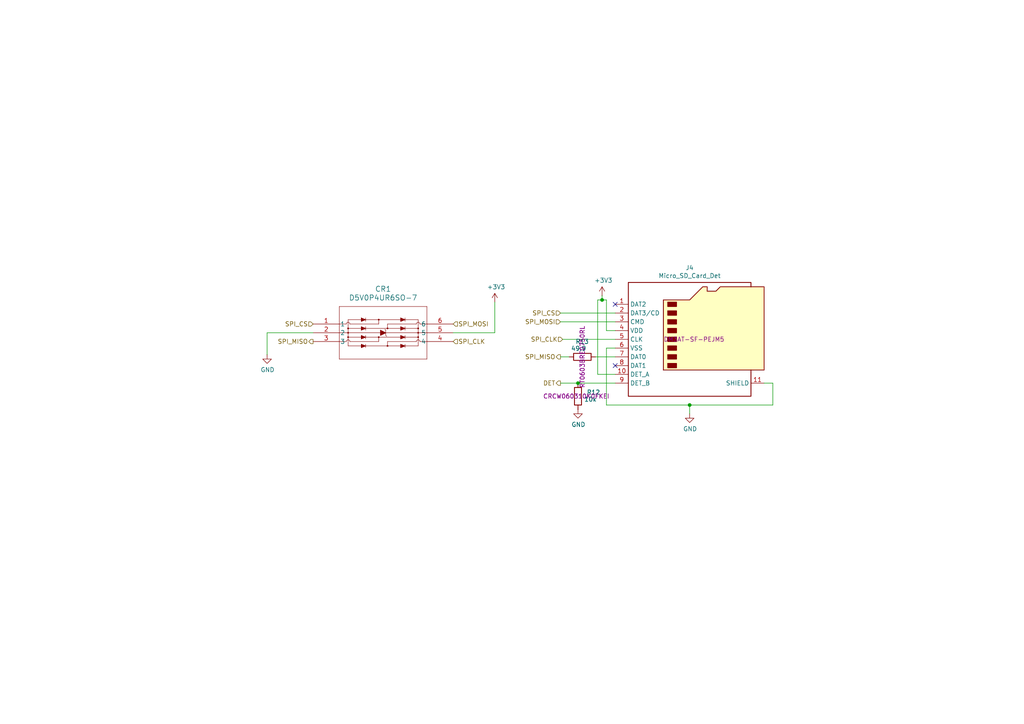
<source format=kicad_sch>
(kicad_sch (version 20250114) (generator "eeschema") (generator_version "9.0")
  (paper "A4")
  (lib_symbols
    (symbol "Connector:Micro_SD_Card_Det2"
      (property "Reference" "J" (at -16.51 17.78 0))
      (property "Value" "Micro_SD_Card_Det2" (at 16.51 17.78 0))
      (symbol "Micro_SD_Card_Det2_0_1"
        (polyline (pts (xy -8.89 -8.89) (xy -8.89 11.43) (xy -1.27 11.43) (xy 2.54 15.24) (xy 3.81 15.24) (xy 3.81 13.97) (xy 6.35 13.97) (xy 7.62 15.24) (xy 20.32 15.24) (xy 20.32 -8.89) (xy -8.89 -8.89)) (stroke (width 0.254)) (fill (type background)))
        (rectangle (start -7.62 10.795) (end -5.08 9.525) (stroke (width 0.254)) (fill (type outline)))
        (rectangle (start -7.62 8.255) (end -5.08 6.985) (stroke (width 0.254)) (fill (type outline)))
        (rectangle (start -7.62 5.715) (end -5.08 4.445) (stroke (width 0.254)) (fill (type outline)))
        (rectangle (start -7.62 3.175) (end -5.08 1.905) (stroke (width 0.254)) (fill (type outline)))
        (rectangle (start -7.62 0.635) (end -5.08 -0.635) (stroke (width 0.254)) (fill (type outline)))
        (rectangle (start -7.62 -1.905) (end -5.08 -3.175) (stroke (width 0.254)) (fill (type outline)))
        (rectangle (start -7.62 -4.445) (end -5.08 -5.715) (stroke (width 0.254)) (fill (type outline)))
        (rectangle (start -7.62 -6.985) (end -5.08 -8.255) (stroke (width 0.254)) (fill (type outline)))
        (polyline (pts (xy 16.51 15.24) (xy 16.51 16.51) (xy -19.05 16.51) (xy -19.05 -16.51) (xy 16.51 -16.51) (xy 16.51 -8.89)) (stroke (width 0.254)))
      )
      (symbol "Micro_SD_Card_Det2_1_1"
        (pin bidirectional line (at -22.86 10.16 0) (length 3.81) (name "DAT2") (number "1"))
        (pin bidirectional line (at -22.86 7.62 0) (length 3.81) (name "DAT3/CD") (number "2"))
        (pin input line (at -22.86 5.08 0) (length 3.81) (name "CMD") (number "3"))
        (pin power_in line (at -22.86 2.54 0) (length 3.81) (name "VDD") (number "4"))
        (pin input line (at -22.86 0 0) (length 3.81) (name "CLK") (number "5"))
        (pin power_in line (at -22.86 -2.54 0) (length 3.81) (name "VSS") (number "6"))
        (pin bidirectional line (at -22.86 -5.08 0) (length 3.81) (name "DAT0") (number "7"))
        (pin bidirectional line (at -22.86 -7.62 0) (length 3.81) (name "DAT1") (number "8"))
        (pin passive line (at -22.86 -10.16 0) (length 3.81) (name "DET_A") (number "10"))
        (pin passive line (at -22.86 -12.7 0) (length 3.81) (name "DET_B") (number "9"))
        (pin passive line (at 20.32 -12.7 180) (length 3.81) (name "SHIELD") (number "11"))
      )
    )
    (symbol "Device:R" (pin_numbers (hide yes)) (pin_names (offset 0))
      (property "Reference" "R" (at 2.032 0 90))
      (property "Value" "R" (at 0 0 90))
      (symbol "R_0_1"
        (rectangle (start -1.016 -2.54) (end 1.016 2.54) (stroke (width 0.254)))
      )
      (symbol "R_1_1"
        (pin passive line (at 0 3.81 270) (length 1.27) (name "~") (number "1"))
        (pin passive line (at 0 -3.81 90) (length 1.27) (name "~") (number "2"))
      )
    )
    (symbol "UTSVT-ICs:D5V0P4UR6SO-7" (pin_names (offset 0.254))
      (property "Reference" "CR2" (at 20.32 10.16 0))
      (property "Value" "D5V0P4UR6SO-7" (at 20.32 7.62 0))
      (symbol "D5V0P4UR6SO-7_0_1"
        (polyline (pts (xy 7.62 5.08) (xy 7.62 -10.16)) (stroke (width 0.127)))
        (polyline (pts (xy 7.62 0) (xy 9.652 0)) (stroke (width 0.127)))
        (polyline (pts (xy 7.62 -2.54) (xy 33.02 -2.54)) (stroke (width 0.127)))
        (polyline (pts (xy 7.62 -5.08) (xy 9.652 -5.08)) (stroke (width 0.127)))
        (polyline (pts (xy 7.62 -10.16) (xy 33.02 -10.16)) (stroke (width 0.127)))
        (polyline (pts (xy 10.16 1.27) (xy 10.16 -6.35)) (stroke (width 0.127)))
        (polyline (pts (xy 10.16 1.27) (xy 30.48 1.27)) (stroke (width 0.127)))
        (arc (start 9.652 0) (mid 10.16 0.5058) (end 10.668 0) (stroke (width 0.127)))
        (polyline (pts (xy 10.16 -1.27) (xy 30.48 -1.27)) (stroke (width 0.127)))
        (circle (center 10.16 -1.27) (radius 0.127) (stroke (width 0.254)))
        (circle (center 10.16 -2.54) (radius 0.127) (stroke (width 0.254)))
        (polyline (pts (xy 10.16 -3.81) (xy 30.48 -3.81)) (stroke (width 0.127)))
        (circle (center 10.16 -3.81) (radius 0.127) (stroke (width 0.254)))
        (arc (start 9.652 -5.08) (mid 10.16 -4.5742) (end 10.668 -5.08) (stroke (width 0.127)))
        (polyline (pts (xy 10.16 -6.35) (xy 30.48 -6.35)) (stroke (width 0.127)))
        (polyline (pts (xy 10.668 0) (xy 19.05 0)) (stroke (width 0.127)))
        (polyline (pts (xy 10.668 -5.08) (xy 19.05 -5.08)) (stroke (width 0.127)))
        (polyline (pts (xy 13.97 1.778) (xy 13.97 0.762)) (stroke (width 0.127)))
        (polyline (pts (xy 13.97 1.778) (xy 13.97 0.762) (xy 15.24 1.27)) (fill (type outline)))
        (polyline (pts (xy 13.97 0.762) (xy 15.24 1.27)) (stroke (width 0.127)))
        (polyline (pts (xy 13.97 -0.762) (xy 13.97 -1.778)) (stroke (width 0.127)))
        (polyline (pts (xy 13.97 -0.762) (xy 13.97 -1.778) (xy 15.24 -1.27)) (fill (type outline)))
        (polyline (pts (xy 13.97 -1.778) (xy 15.24 -1.27)) (stroke (width 0.127)))
        (polyline (pts (xy 13.97 -3.302) (xy 13.97 -4.318)) (stroke (width 0.127)))
        (polyline (pts (xy 13.97 -3.302) (xy 13.97 -4.318) (xy 15.24 -3.81)) (fill (type outline)))
        (polyline (pts (xy 13.97 -4.318) (xy 15.24 -3.81)) (stroke (width 0.127)))
        (polyline (pts (xy 13.97 -5.842) (xy 13.97 -6.858)) (stroke (width 0.127)))
        (polyline (pts (xy 13.97 -5.842) (xy 13.97 -6.858) (xy 15.24 -6.35)) (fill (type outline)))
        (polyline (pts (xy 13.97 -6.858) (xy 15.24 -6.35)) (stroke (width 0.127)))
        (polyline (pts (xy 15.24 1.778) (xy 15.24 0.762)) (stroke (width 0.127)))
        (polyline (pts (xy 15.24 1.27) (xy 13.97 1.778)) (stroke (width 0.127)))
        (polyline (pts (xy 15.24 -0.762) (xy 15.24 -1.778)) (stroke (width 0.127)))
        (polyline (pts (xy 15.24 -1.27) (xy 13.97 -0.762)) (stroke (width 0.127)))
        (polyline (pts (xy 15.24 -3.302) (xy 15.24 -4.318)) (stroke (width 0.127)))
        (polyline (pts (xy 15.24 -3.81) (xy 13.97 -3.302)) (stroke (width 0.127)))
        (polyline (pts (xy 15.24 -5.842) (xy 15.24 -6.858)) (stroke (width 0.127)))
        (polyline (pts (xy 15.24 -6.35) (xy 13.97 -5.842)) (stroke (width 0.127)))
        (circle (center 19.05 1.27) (radius 0.127) (stroke (width 0.254)))
        (polyline (pts (xy 19.05 0) (xy 19.05 1.27)) (stroke (width 0.127)))
        (circle (center 19.05 -3.81) (radius 0.127) (stroke (width 0.254)))
        (polyline (pts (xy 19.05 -5.08) (xy 19.05 -3.81)) (stroke (width 0.127)))
        (polyline (pts (xy 19.558 -1.778) (xy 19.558 -3.302)) (stroke (width 0.127)))
        (polyline (pts (xy 19.558 -1.778) (xy 21.082 -2.54)) (stroke (width 0.127)))
        (polyline (pts (xy 19.558 -3.302) (xy 21.082 -2.54)) (stroke (width 0.127)))
        (polyline (pts (xy 21.082 -1.778) (xy 20.828 -1.524)) (stroke (width 0.127)))
        (polyline (pts (xy 21.082 -1.778) (xy 21.082 -3.302)) (stroke (width 0.127)))
        (polyline (pts (xy 21.082 -2.54) (xy 19.558 -3.302) (xy 19.558 -1.778)) (fill (type outline)))
        (polyline (pts (xy 21.082 -3.302) (xy 21.336 -3.556)) (stroke (width 0.127)))
        (polyline (pts (xy 21.59 0) (xy 21.59 -1.27)) (stroke (width 0.127)))
        (circle (center 21.59 -1.27) (radius 0.127) (stroke (width 0.254)))
        (polyline (pts (xy 21.59 -5.08) (xy 21.59 -6.35)) (stroke (width 0.127)))
        (circle (center 21.59 -6.35) (radius 0.127) (stroke (width 0.254)))
        (polyline (pts (xy 25.4 1.778) (xy 25.4 0.762)) (stroke (width 0.127)))
        (polyline (pts (xy 25.4 1.778) (xy 25.4 0.762) (xy 26.67 1.27)) (fill (type outline)))
        (polyline (pts (xy 25.4 0.762) (xy 26.67 1.27)) (stroke (width 0.127)))
        (polyline (pts (xy 25.4 -0.762) (xy 25.4 -1.778)) (stroke (width 0.127)))
        (polyline (pts (xy 25.4 -0.762) (xy 25.4 -1.778) (xy 26.67 -1.27)) (fill (type outline)))
        (polyline (pts (xy 25.4 -1.778) (xy 26.67 -1.27)) (stroke (width 0.127)))
        (polyline (pts (xy 25.4 -3.302) (xy 25.4 -4.318)) (stroke (width 0.127)))
        (polyline (pts (xy 25.4 -3.302) (xy 25.4 -4.318) (xy 26.67 -3.81)) (fill (type outline)))
        (polyline (pts (xy 25.4 -4.318) (xy 26.67 -3.81)) (stroke (width 0.127)))
        (polyline (pts (xy 25.4 -5.842) (xy 25.4 -6.858)) (stroke (width 0.127)))
        (polyline (pts (xy 25.4 -5.842) (xy 25.4 -6.858) (xy 26.67 -6.35)) (fill (type outline)))
        (polyline (pts (xy 25.4 -6.858) (xy 26.67 -6.35)) (stroke (width 0.127)))
        (polyline (pts (xy 26.67 1.778) (xy 26.67 0.762)) (stroke (width 0.127)))
        (polyline (pts (xy 26.67 1.27) (xy 25.4 1.778)) (stroke (width 0.127)))
        (polyline (pts (xy 26.67 -0.762) (xy 26.67 -1.778)) (stroke (width 0.127)))
        (polyline (pts (xy 26.67 -1.27) (xy 25.4 -0.762)) (stroke (width 0.127)))
        (polyline (pts (xy 26.67 -3.302) (xy 26.67 -4.318)) (stroke (width 0.127)))
        (polyline (pts (xy 26.67 -3.81) (xy 25.4 -3.302)) (stroke (width 0.127)))
        (polyline (pts (xy 26.67 -5.842) (xy 26.67 -6.858)) (stroke (width 0.127)))
        (polyline (pts (xy 26.67 -6.35) (xy 25.4 -5.842)) (stroke (width 0.127)))
        (polyline (pts (xy 29.972 0) (xy 21.59 0)) (stroke (width 0.127)))
        (polyline (pts (xy 29.972 -5.08) (xy 21.59 -5.08)) (stroke (width 0.127)))
        (polyline (pts (xy 30.48 1.27) (xy 30.48 -6.35)) (stroke (width 0.127)))
        (arc (start 29.972 0) (mid 30.48 0.5058) (end 30.988 0) (stroke (width 0.127)))
        (circle (center 30.48 -1.27) (radius 0.127) (stroke (width 0.254)))
        (circle (center 30.48 -2.54) (radius 0.127) (stroke (width 0.254)))
        (circle (center 30.48 -3.81) (radius 0.127) (stroke (width 0.254)))
        (arc (start 29.972 -5.08) (mid 30.48 -4.5742) (end 30.988 -5.08) (stroke (width 0.127)))
        (polyline (pts (xy 33.02 5.08) (xy 7.62 5.08)) (stroke (width 0.127)))
        (polyline (pts (xy 33.02 0) (xy 30.988 0)) (stroke (width 0.127)))
        (polyline (pts (xy 33.02 -5.08) (xy 30.988 -5.08)) (stroke (width 0.127)))
        (polyline (pts (xy 33.02 -10.16) (xy 33.02 5.08)) (stroke (width 0.127)))
        (pin input line (at 0 0 0) (length 7.62) (name "1") (number "1"))
        (pin unspecified line (at 0 -2.54 0) (length 7.62) (name "2") (number "2"))
        (pin input line (at 0 -5.08 0) (length 7.62) (name "3") (number "3"))
        (pin input line (at 40.64 0 180) (length 7.62) (name "6") (number "6"))
        (pin unspecified line (at 40.64 -2.54 180) (length 7.62) (name "5") (number "5"))
        (pin input line (at 40.64 -5.08 180) (length 7.62) (name "4") (number "4"))
      )
    )
    (symbol "power:+3.3V" (power) (pin_numbers (hide yes)) (pin_names (offset 0) (hide yes))
      (property "Value" "+3.3V" (at 0 3.556 0))
      (symbol "+3.3V_0_1"
        (polyline (pts (xy -0.762 1.27) (xy 0 2.54)))
        (polyline (pts (xy 0 2.54) (xy 0.762 1.27)))
        (polyline (pts (xy 0 0) (xy 0 2.54)))
      )
      (symbol "+3.3V_1_1"
        (pin power_in line (at 0 0 90) (length 0) (name "~") (number "1"))
      )
    )
    (symbol "power:GND" (power) (pin_numbers (hide yes)) (pin_names (offset 0) (hide yes))
      (property "Value" "GND" (at 0 -3.81 0))
      (symbol "GND_0_1"
        (polyline (pts (xy 0 0) (xy 0 -1.27) (xy 1.27 -1.27) (xy 0 -2.54) (xy -1.27 -1.27) (xy 0 -1.27)))
      )
      (symbol "GND_1_1"
        (pin power_in line (at 0 0 270) (length 0) (name "~") (number "1"))
      )
    )
  )
  (junction (at 167.64 111.125))
  (junction (at 200.025 117.475))
  (junction (at 174.625 86.995))
  (no_connect (at 178.435 88.265))
  (no_connect (at 178.435 106.045))
  (wire (pts (xy 162.56 111.125) (xy 167.64 111.125)))
  (wire (pts (xy 178.435 100.965) (xy 175.895 100.965)))
  (wire (pts (xy 173.355 86.995) (xy 174.625 86.995)))
  (wire (pts (xy 173.355 86.995) (xy 173.355 108.585)))
  (wire (pts (xy 178.435 95.885) (xy 175.895 95.885)))
  (wire (pts (xy 224.155 111.125) (xy 221.615 111.125)))
  (wire (pts (xy 175.895 86.995) (xy 175.895 95.885)))
  (wire (pts (xy 143.51 87.63) (xy 143.51 96.52)))
  (wire (pts (xy 163.195 98.425) (xy 178.435 98.425)))
  (wire (pts (xy 178.435 108.585) (xy 173.355 108.585)))
  (wire (pts (xy 167.64 111.125) (xy 178.435 111.125)))
  (wire (pts (xy 174.625 86.995) (xy 175.895 86.995)))
  (wire (pts (xy 77.47 96.52) (xy 90.805 96.52)))
  (wire (pts (xy 224.155 117.475) (xy 224.155 111.125)))
  (wire (pts (xy 174.625 85.725) (xy 174.625 86.995)))
  (wire (pts (xy 77.47 102.87) (xy 77.47 96.52)))
  (wire (pts (xy 175.895 117.475) (xy 175.895 100.965)))
  (wire (pts (xy 200.025 117.475) (xy 175.895 117.475)))
  (wire (pts (xy 162.56 93.345) (xy 178.435 93.345)))
  (wire (pts (xy 172.72 103.505) (xy 178.435 103.505)))
  (wire (pts (xy 131.445 96.52) (xy 143.51 96.52)))
  (wire (pts (xy 162.56 103.505) (xy 165.1 103.505)))
  (wire (pts (xy 200.025 117.475) (xy 224.155 117.475)))
  (wire (pts (xy 200.025 120.015) (xy 200.025 117.475)))
  (wire (pts (xy 162.56 90.805) (xy 178.435 90.805)))
  (hierarchical_label "SPI_MOSI" (shape input) (at 162.56 93.345 180))
  (hierarchical_label "SPI_MISO" (shape output) (at 162.56 103.505 180))
  (hierarchical_label "SPI_CLK" (shape input) (at 163.195 98.425 180))
  (hierarchical_label "SPI_CLK" (shape input) (at 131.445 99.06 0))
  (hierarchical_label "SPI_MISO" (shape output) (at 90.805 99.06 180))
  (hierarchical_label "SPI_MOSI" (shape input) (at 131.445 93.98 0))
  (hierarchical_label "SPI_CS" (shape input) (at 90.805 93.98 180))
  (hierarchical_label "DET" (shape output) (at 162.56 111.125 180))
  (hierarchical_label "SPI_CS" (shape input) (at 162.56 90.805 180))
  (symbol (lib_id "power:GND") (at 167.64 118.745 0) (unit 1)
    (property "Reference" "#PWR038" (effects (hide yes)))
    (property "Value" "GND" (at 167.767 123.1392 0))
    (property "Description" "Power symbol creates a global label with name \"GND\" , ground" (effects (hide yes)))
  )
  (symbol (lib_id "power:+3.3V") (at 174.625 85.725 0) (unit 1)
    (property "Reference" "#PWR039" (effects (hide yes)))
    (property "Value" "+3V3" (at 175.006 81.3308 0))
    (property "Description" "Power symbol creates a global label with name \"+3.3V\"" (effects (hide yes)))
  )
  (symbol (lib_id "Device:R") (at 168.91 103.505 90) (unit 1)
    (property "Reference" "R13" (at 170.815 99.06 90) (effects (justify left)))
    (property "Value" "49.9" (at 170.053 101.092 90) (effects (justify left)))
    (property "Footprint" "Resistor_SMD:R_0603_1608Metric_Pad0.98x0.95mm_HandSolder" (effects (hide yes)))
    (property "Description" "Resistor" (effects (hide yes)))
    (property "P/N" "CRCW08054K70FKEA" (effects (hide yes)))
    (property "Mouser Part Number" "RT0603BRE0750RL" (at 168.91 103.505 0))
    (instances (project "LeaderSOM" (path "" (reference "R13") (unit 1))) (project "Telemetry-Primary" (path "" (reference "R2") (unit 1)) (path "" (reference "R?") (unit 1))))
  )
  (symbol (lib_id "power:GND") (at 200.025 120.015 0) (unit 1)
    (property "Reference" "#PWR040" (effects (hide yes)))
    (property "Value" "GND" (at 200.152 124.4092 0))
    (property "Description" "Power symbol creates a global label with name \"GND\" , ground" (effects (hide yes)))
    (instances (project "LeaderSOM" (path "" (reference "#PWR040") (unit 1))) (project "Telemetry-Primary" (path "" (reference "#PWR?") (unit 1)) (path "" (reference "#PWR0147") (unit 1))))
  )
  (symbol (lib_id "power:GND") (at 77.47 102.87 0) (unit 1)
    (property "Reference" "#PWR036" (effects (hide yes)))
    (property "Value" "GND" (at 77.597 107.2642 0))
    (property "Description" "Power symbol creates a global label with name \"GND\" , ground" (effects (hide yes)))
    (instances (project "LeaderSOM" (path "" (reference "#PWR036") (unit 1))) (project "Telemetry-Primary" (path "" (reference "#PWR?") (unit 1)) (path "" (reference "#PWR0147") (unit 1))))
  )
  (symbol (lib_id "UTSVT-ICs:D5V0P4UR6SO-7") (at 90.805 93.98 0) (unit 1)
    (property "Reference" "CR1" (at 111.125 83.82 0) (effects (font (size 1.524 1.524))))
    (property "Value" "D5V0P4UR6SO-7" (at 111.125 86.36 0) (effects (font (size 1.524 1.524))))
    (property "Footprint" "UTSVT_ICs:D5V0P4UR6SO-7" (effects (hide yes)))
    (property "Datasheet" "https://www.diodes.com/assets/Datasheets/D5V0P4UR6SO.pdf" (effects (hide yes)))
    (property "Mouser Part Number" "621-D5V0P4UR6SO-7" (effects (hide yes)))
    (property "P/N" "D5V0P4UR6SO-7" (effects (hide yes)))
  )
  (symbol (lib_id "power:+3.3V") (at 143.51 87.63 0) (unit 1)
    (property "Reference" "#PWR037" (effects (hide yes)))
    (property "Value" "+3V3" (at 143.891 83.2358 0))
    (property "Description" "Power symbol creates a global label with name \"+3.3V\"" (effects (hide yes)))
  )
  (symbol (lib_id "Connector:Micro_SD_Card_Det2") (at 201.295 98.425 0) (unit 1)
    (property "Reference" "J4" (at 200.025 77.6732 0))
    (property "Value" "Micro_SD_Card_Det" (at 200.025 79.9846 0))
    (property "Footprint" "Connector_Card:microSD_HC_Hirose_DM3AT-SF-PEJM5" (effects (hide yes)))
    (property "Datasheet" "https://www.hirose.com/en/product/document?clcode=&productname=&series=DM3&documenttype=Catalog&lang=en&documentid=D49662_en" (effects (hide yes)))
    (property "Description" "Micro SD Card Socket with two card detection pins" (effects (hide yes)))
    (property "P/N" "DM3AT-SF-PEJM5" (effects (hide yes)))
    (property "Mouser Part Number" "DM3AT-SF-PEJM5" (at 201.295 98.425 0))
    (instances (project "LeaderSOM" (path "" (reference "J4") (unit 1))) (project "Telemetry-Primary" (path "" (reference "J9") (unit 1))))
  )
  (symbol (lib_id "Device:R") (at 167.64 114.935 0) (unit 1)
    (property "Reference" "R12" (at 170.18 113.792 0) (effects (justify left)))
    (property "Value" "10k" (at 169.418 115.824 0) (effects (justify left)))
    (property "Footprint" "Resistor_SMD:R_0603_1608Metric_Pad0.98x0.95mm_HandSolder" (effects (hide yes)))
    (property "Description" "Resistor" (effects (hide yes)))
    (property "P/N" "CRCW08054K70FKEA" (effects (hide yes)))
    (property "Mouser Part Number" "CRCW060310K0FKEI " (at 167.64 114.935 0))
  )
)
</source>
